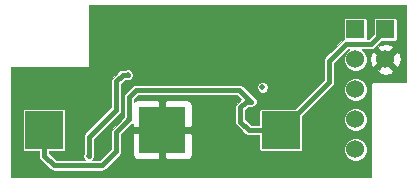
<source format=gbl>
G04 (created by PCBNEW (2013-07-07 BZR 4022)-stable) date 3/16/2015 2:43:42 PM*
%MOIN*%
G04 Gerber Fmt 3.4, Leading zero omitted, Abs format*
%FSLAX34Y34*%
G01*
G70*
G90*
G04 APERTURE LIST*
%ADD10C,0.00590551*%
%ADD11R,0.155906X0.155906*%
%ADD12R,0.125197X0.125197*%
%ADD13R,0.06X0.06*%
%ADD14C,0.06*%
%ADD15C,0.02*%
%ADD16C,0.018*%
%ADD17C,0.001*%
G04 APERTURE END LIST*
G54D10*
G54D11*
X109842Y-53779D03*
G54D12*
X105897Y-53779D03*
X113787Y-53779D03*
G54D13*
X116275Y-50425D03*
G54D14*
X116275Y-51425D03*
X116275Y-52425D03*
X116275Y-53425D03*
X116275Y-54425D03*
G54D13*
X117275Y-50425D03*
G54D14*
X117275Y-51425D03*
G54D15*
X109842Y-52795D03*
X112975Y-53088D03*
X113347Y-52610D03*
X108688Y-51944D03*
X107389Y-54645D03*
X112808Y-52834D03*
X108740Y-53425D03*
X113178Y-52362D03*
G54D16*
X109842Y-52795D02*
X109842Y-53779D01*
X108688Y-51944D02*
X108527Y-51944D01*
X107389Y-54019D02*
X107389Y-54645D01*
X108307Y-53102D02*
X107389Y-54019D01*
X108307Y-52165D02*
X108307Y-53102D01*
X108527Y-51944D02*
X108307Y-52165D01*
X117275Y-50425D02*
X117275Y-50440D01*
X115393Y-52173D02*
X113787Y-53779D01*
X115393Y-51484D02*
X115393Y-52173D01*
X115952Y-50925D02*
X115393Y-51484D01*
X116791Y-50925D02*
X115952Y-50925D01*
X117275Y-50440D02*
X116791Y-50925D01*
X108740Y-53425D02*
X108740Y-52677D01*
X108740Y-52677D02*
X108976Y-52440D01*
X108976Y-52440D02*
X112414Y-52440D01*
X112414Y-52440D02*
X112808Y-52834D01*
X112808Y-52834D02*
X112637Y-52834D01*
X112637Y-52834D02*
X112440Y-53031D01*
X112440Y-53031D02*
X112440Y-53503D01*
X112440Y-53503D02*
X112716Y-53779D01*
X112716Y-53779D02*
X113787Y-53779D01*
X105897Y-53779D02*
X105897Y-54637D01*
X105897Y-54637D02*
X106220Y-54960D01*
X106220Y-54960D02*
X107834Y-54960D01*
X107834Y-54960D02*
X108307Y-54488D01*
X108307Y-54488D02*
X108307Y-53858D01*
X108307Y-53858D02*
X108740Y-53425D01*
G54D10*
G36*
X117971Y-52180D02*
X117789Y-52180D01*
X117789Y-51450D01*
X117760Y-51252D01*
X117740Y-51204D01*
X117663Y-51171D01*
X117659Y-51175D01*
X117659Y-50708D01*
X117659Y-50108D01*
X117646Y-50077D01*
X117623Y-50054D01*
X117592Y-50041D01*
X117559Y-50041D01*
X116959Y-50041D01*
X116928Y-50054D01*
X116904Y-50077D01*
X116891Y-50108D01*
X116891Y-50141D01*
X116891Y-50578D01*
X116719Y-50751D01*
X116655Y-50751D01*
X116659Y-50741D01*
X116659Y-50708D01*
X116659Y-50108D01*
X116646Y-50077D01*
X116623Y-50054D01*
X116592Y-50041D01*
X116559Y-50041D01*
X115959Y-50041D01*
X115928Y-50054D01*
X115904Y-50077D01*
X115891Y-50108D01*
X115891Y-50141D01*
X115891Y-50741D01*
X115900Y-50761D01*
X115886Y-50764D01*
X115829Y-50802D01*
X115270Y-51361D01*
X115233Y-51417D01*
X115219Y-51484D01*
X115219Y-52101D01*
X114251Y-53069D01*
X113361Y-53069D01*
X113361Y-52325D01*
X113334Y-52258D01*
X113282Y-52206D01*
X113214Y-52178D01*
X113141Y-52178D01*
X113074Y-52206D01*
X113022Y-52257D01*
X112994Y-52325D01*
X112994Y-52398D01*
X113022Y-52465D01*
X113073Y-52517D01*
X113141Y-52545D01*
X113214Y-52545D01*
X113282Y-52517D01*
X113333Y-52466D01*
X113361Y-52398D01*
X113361Y-52325D01*
X113361Y-53069D01*
X113144Y-53069D01*
X113114Y-53082D01*
X113090Y-53106D01*
X113077Y-53136D01*
X113077Y-53170D01*
X113077Y-53605D01*
X112788Y-53605D01*
X112614Y-53431D01*
X112614Y-53103D01*
X112709Y-53008D01*
X112747Y-53008D01*
X112771Y-53018D01*
X112844Y-53018D01*
X112912Y-52990D01*
X112963Y-52938D01*
X112991Y-52871D01*
X112991Y-52798D01*
X112963Y-52730D01*
X112912Y-52678D01*
X112888Y-52668D01*
X112537Y-52318D01*
X112481Y-52280D01*
X112414Y-52267D01*
X108976Y-52267D01*
X108909Y-52280D01*
X108853Y-52318D01*
X108617Y-52554D01*
X108579Y-52610D01*
X108566Y-52677D01*
X108566Y-53353D01*
X108184Y-53735D01*
X108146Y-53791D01*
X108133Y-53858D01*
X108133Y-54416D01*
X107762Y-54786D01*
X107508Y-54786D01*
X107545Y-54749D01*
X107573Y-54682D01*
X107573Y-54609D01*
X107563Y-54585D01*
X107563Y-54091D01*
X108429Y-53225D01*
X108429Y-53225D01*
X108455Y-53187D01*
X108467Y-53168D01*
X108467Y-53168D01*
X108480Y-53102D01*
X108480Y-53102D01*
X108480Y-52237D01*
X108599Y-52118D01*
X108628Y-52118D01*
X108652Y-52128D01*
X108725Y-52128D01*
X108792Y-52100D01*
X108844Y-52049D01*
X108872Y-51981D01*
X108872Y-51908D01*
X108844Y-51840D01*
X108793Y-51789D01*
X108725Y-51761D01*
X108652Y-51761D01*
X108628Y-51771D01*
X108527Y-51771D01*
X108461Y-51784D01*
X108442Y-51796D01*
X108404Y-51822D01*
X108184Y-52042D01*
X108146Y-52098D01*
X108133Y-52165D01*
X108133Y-53030D01*
X107266Y-53896D01*
X107229Y-53953D01*
X107216Y-54019D01*
X107216Y-54584D01*
X107206Y-54608D01*
X107205Y-54682D01*
X107233Y-54749D01*
X107271Y-54786D01*
X106292Y-54786D01*
X106071Y-54565D01*
X106071Y-54489D01*
X106540Y-54489D01*
X106570Y-54476D01*
X106594Y-54453D01*
X106607Y-54422D01*
X106607Y-54388D01*
X106607Y-53136D01*
X106594Y-53106D01*
X106571Y-53082D01*
X106540Y-53069D01*
X106507Y-53069D01*
X105255Y-53069D01*
X105224Y-53082D01*
X105200Y-53106D01*
X105187Y-53136D01*
X105187Y-53170D01*
X105187Y-54422D01*
X105200Y-54452D01*
X105224Y-54476D01*
X105254Y-54489D01*
X105288Y-54489D01*
X105723Y-54489D01*
X105723Y-54637D01*
X105737Y-54704D01*
X105774Y-54760D01*
X106097Y-55083D01*
X106153Y-55121D01*
X106220Y-55134D01*
X107834Y-55134D01*
X107901Y-55121D01*
X107957Y-55083D01*
X108429Y-54611D01*
X108467Y-54554D01*
X108467Y-54554D01*
X108469Y-54543D01*
X108480Y-54488D01*
X108480Y-54488D01*
X108480Y-53930D01*
X108820Y-53590D01*
X108844Y-53581D01*
X108857Y-53567D01*
X108857Y-53633D01*
X108909Y-53684D01*
X109747Y-53684D01*
X109747Y-52846D01*
X109696Y-52795D01*
X109022Y-52794D01*
X108947Y-52826D01*
X108913Y-52859D01*
X108913Y-52749D01*
X109048Y-52614D01*
X112342Y-52614D01*
X112477Y-52749D01*
X112318Y-52908D01*
X112280Y-52965D01*
X112267Y-53031D01*
X112267Y-53503D01*
X112280Y-53570D01*
X112318Y-53626D01*
X112593Y-53902D01*
X112593Y-53902D01*
X112650Y-53940D01*
X112650Y-53940D01*
X112661Y-53942D01*
X112716Y-53953D01*
X113077Y-53953D01*
X113077Y-54422D01*
X113090Y-54452D01*
X113113Y-54476D01*
X113144Y-54489D01*
X113178Y-54489D01*
X114429Y-54489D01*
X114460Y-54476D01*
X114484Y-54453D01*
X114497Y-54422D01*
X114497Y-54388D01*
X114497Y-53315D01*
X115516Y-52296D01*
X115554Y-52239D01*
X115554Y-52239D01*
X115556Y-52228D01*
X115567Y-52173D01*
X115567Y-52173D01*
X115567Y-51556D01*
X116024Y-51098D01*
X116060Y-51098D01*
X116058Y-51099D01*
X115950Y-51207D01*
X115891Y-51348D01*
X115891Y-51501D01*
X115950Y-51642D01*
X116057Y-51750D01*
X116198Y-51808D01*
X116351Y-51809D01*
X116492Y-51750D01*
X116600Y-51642D01*
X116659Y-51501D01*
X116659Y-51349D01*
X116601Y-51208D01*
X116493Y-51100D01*
X116490Y-51098D01*
X116791Y-51098D01*
X116857Y-51085D01*
X116914Y-51048D01*
X117153Y-50808D01*
X117592Y-50808D01*
X117622Y-50796D01*
X117646Y-50772D01*
X117659Y-50741D01*
X117659Y-50708D01*
X117659Y-51175D01*
X117529Y-51305D01*
X117529Y-51037D01*
X117496Y-50959D01*
X117301Y-50910D01*
X117102Y-50940D01*
X117054Y-50959D01*
X117021Y-51037D01*
X117275Y-51290D01*
X117529Y-51037D01*
X117529Y-51305D01*
X117409Y-51425D01*
X117663Y-51678D01*
X117740Y-51645D01*
X117789Y-51450D01*
X117789Y-52180D01*
X117529Y-52180D01*
X117529Y-51813D01*
X117275Y-51559D01*
X117141Y-51693D01*
X117141Y-51425D01*
X116887Y-51171D01*
X116810Y-51204D01*
X116761Y-51399D01*
X116790Y-51598D01*
X116810Y-51645D01*
X116887Y-51678D01*
X117141Y-51425D01*
X117141Y-51693D01*
X117021Y-51813D01*
X117054Y-51890D01*
X117249Y-51939D01*
X117448Y-51910D01*
X117496Y-51890D01*
X117529Y-51813D01*
X117529Y-52180D01*
X116893Y-52180D01*
X116854Y-52187D01*
X116820Y-52210D01*
X116798Y-52243D01*
X116790Y-52283D01*
X116790Y-55341D01*
X116659Y-55341D01*
X116659Y-54349D01*
X116659Y-53349D01*
X116659Y-52349D01*
X116601Y-52208D01*
X116493Y-52100D01*
X116352Y-52041D01*
X116199Y-52041D01*
X116058Y-52099D01*
X115950Y-52207D01*
X115891Y-52348D01*
X115891Y-52501D01*
X115950Y-52642D01*
X116057Y-52750D01*
X116198Y-52808D01*
X116351Y-52809D01*
X116492Y-52750D01*
X116600Y-52642D01*
X116659Y-52501D01*
X116659Y-52349D01*
X116659Y-53349D01*
X116601Y-53208D01*
X116493Y-53100D01*
X116352Y-53041D01*
X116199Y-53041D01*
X116058Y-53099D01*
X115950Y-53207D01*
X115891Y-53348D01*
X115891Y-53501D01*
X115950Y-53642D01*
X116057Y-53750D01*
X116198Y-53808D01*
X116351Y-53809D01*
X116492Y-53750D01*
X116600Y-53642D01*
X116659Y-53501D01*
X116659Y-53349D01*
X116659Y-54349D01*
X116601Y-54208D01*
X116493Y-54100D01*
X116352Y-54041D01*
X116199Y-54041D01*
X116058Y-54099D01*
X115950Y-54207D01*
X115891Y-54348D01*
X115891Y-54501D01*
X115950Y-54642D01*
X116057Y-54750D01*
X116198Y-54808D01*
X116351Y-54809D01*
X116492Y-54750D01*
X116600Y-54642D01*
X116659Y-54501D01*
X116659Y-54349D01*
X116659Y-55341D01*
X110827Y-55341D01*
X110827Y-54518D01*
X110827Y-53040D01*
X110827Y-52959D01*
X110795Y-52883D01*
X110738Y-52826D01*
X110662Y-52794D01*
X109988Y-52795D01*
X109937Y-52846D01*
X109937Y-53684D01*
X110775Y-53684D01*
X110827Y-53633D01*
X110827Y-53040D01*
X110827Y-54518D01*
X110827Y-53925D01*
X110775Y-53874D01*
X109937Y-53874D01*
X109937Y-54712D01*
X109988Y-54764D01*
X110662Y-54764D01*
X110738Y-54732D01*
X110795Y-54675D01*
X110827Y-54600D01*
X110827Y-54518D01*
X110827Y-55341D01*
X109747Y-55341D01*
X109747Y-54712D01*
X109747Y-53874D01*
X108909Y-53874D01*
X108857Y-53925D01*
X108857Y-54518D01*
X108858Y-54600D01*
X108889Y-54675D01*
X108947Y-54732D01*
X109022Y-54764D01*
X109696Y-54764D01*
X109747Y-54712D01*
X109747Y-55341D01*
X104792Y-55341D01*
X104792Y-51697D01*
X107406Y-51697D01*
X107406Y-49630D01*
X117971Y-49630D01*
X117971Y-52180D01*
X117971Y-52180D01*
G37*
G54D17*
X117971Y-52180D02*
X117789Y-52180D01*
X117789Y-51450D01*
X117760Y-51252D01*
X117740Y-51204D01*
X117663Y-51171D01*
X117659Y-51175D01*
X117659Y-50708D01*
X117659Y-50108D01*
X117646Y-50077D01*
X117623Y-50054D01*
X117592Y-50041D01*
X117559Y-50041D01*
X116959Y-50041D01*
X116928Y-50054D01*
X116904Y-50077D01*
X116891Y-50108D01*
X116891Y-50141D01*
X116891Y-50578D01*
X116719Y-50751D01*
X116655Y-50751D01*
X116659Y-50741D01*
X116659Y-50708D01*
X116659Y-50108D01*
X116646Y-50077D01*
X116623Y-50054D01*
X116592Y-50041D01*
X116559Y-50041D01*
X115959Y-50041D01*
X115928Y-50054D01*
X115904Y-50077D01*
X115891Y-50108D01*
X115891Y-50141D01*
X115891Y-50741D01*
X115900Y-50761D01*
X115886Y-50764D01*
X115829Y-50802D01*
X115270Y-51361D01*
X115233Y-51417D01*
X115219Y-51484D01*
X115219Y-52101D01*
X114251Y-53069D01*
X113361Y-53069D01*
X113361Y-52325D01*
X113334Y-52258D01*
X113282Y-52206D01*
X113214Y-52178D01*
X113141Y-52178D01*
X113074Y-52206D01*
X113022Y-52257D01*
X112994Y-52325D01*
X112994Y-52398D01*
X113022Y-52465D01*
X113073Y-52517D01*
X113141Y-52545D01*
X113214Y-52545D01*
X113282Y-52517D01*
X113333Y-52466D01*
X113361Y-52398D01*
X113361Y-52325D01*
X113361Y-53069D01*
X113144Y-53069D01*
X113114Y-53082D01*
X113090Y-53106D01*
X113077Y-53136D01*
X113077Y-53170D01*
X113077Y-53605D01*
X112788Y-53605D01*
X112614Y-53431D01*
X112614Y-53103D01*
X112709Y-53008D01*
X112747Y-53008D01*
X112771Y-53018D01*
X112844Y-53018D01*
X112912Y-52990D01*
X112963Y-52938D01*
X112991Y-52871D01*
X112991Y-52798D01*
X112963Y-52730D01*
X112912Y-52678D01*
X112888Y-52668D01*
X112537Y-52318D01*
X112481Y-52280D01*
X112414Y-52267D01*
X108976Y-52267D01*
X108909Y-52280D01*
X108853Y-52318D01*
X108617Y-52554D01*
X108579Y-52610D01*
X108566Y-52677D01*
X108566Y-53353D01*
X108184Y-53735D01*
X108146Y-53791D01*
X108133Y-53858D01*
X108133Y-54416D01*
X107762Y-54786D01*
X107508Y-54786D01*
X107545Y-54749D01*
X107573Y-54682D01*
X107573Y-54609D01*
X107563Y-54585D01*
X107563Y-54091D01*
X108429Y-53225D01*
X108429Y-53225D01*
X108455Y-53187D01*
X108467Y-53168D01*
X108467Y-53168D01*
X108480Y-53102D01*
X108480Y-53102D01*
X108480Y-52237D01*
X108599Y-52118D01*
X108628Y-52118D01*
X108652Y-52128D01*
X108725Y-52128D01*
X108792Y-52100D01*
X108844Y-52049D01*
X108872Y-51981D01*
X108872Y-51908D01*
X108844Y-51840D01*
X108793Y-51789D01*
X108725Y-51761D01*
X108652Y-51761D01*
X108628Y-51771D01*
X108527Y-51771D01*
X108461Y-51784D01*
X108442Y-51796D01*
X108404Y-51822D01*
X108184Y-52042D01*
X108146Y-52098D01*
X108133Y-52165D01*
X108133Y-53030D01*
X107266Y-53896D01*
X107229Y-53953D01*
X107216Y-54019D01*
X107216Y-54584D01*
X107206Y-54608D01*
X107205Y-54682D01*
X107233Y-54749D01*
X107271Y-54786D01*
X106292Y-54786D01*
X106071Y-54565D01*
X106071Y-54489D01*
X106540Y-54489D01*
X106570Y-54476D01*
X106594Y-54453D01*
X106607Y-54422D01*
X106607Y-54388D01*
X106607Y-53136D01*
X106594Y-53106D01*
X106571Y-53082D01*
X106540Y-53069D01*
X106507Y-53069D01*
X105255Y-53069D01*
X105224Y-53082D01*
X105200Y-53106D01*
X105187Y-53136D01*
X105187Y-53170D01*
X105187Y-54422D01*
X105200Y-54452D01*
X105224Y-54476D01*
X105254Y-54489D01*
X105288Y-54489D01*
X105723Y-54489D01*
X105723Y-54637D01*
X105737Y-54704D01*
X105774Y-54760D01*
X106097Y-55083D01*
X106153Y-55121D01*
X106220Y-55134D01*
X107834Y-55134D01*
X107901Y-55121D01*
X107957Y-55083D01*
X108429Y-54611D01*
X108467Y-54554D01*
X108467Y-54554D01*
X108469Y-54543D01*
X108480Y-54488D01*
X108480Y-54488D01*
X108480Y-53930D01*
X108820Y-53590D01*
X108844Y-53581D01*
X108857Y-53567D01*
X108857Y-53633D01*
X108909Y-53684D01*
X109747Y-53684D01*
X109747Y-52846D01*
X109696Y-52795D01*
X109022Y-52794D01*
X108947Y-52826D01*
X108913Y-52859D01*
X108913Y-52749D01*
X109048Y-52614D01*
X112342Y-52614D01*
X112477Y-52749D01*
X112318Y-52908D01*
X112280Y-52965D01*
X112267Y-53031D01*
X112267Y-53503D01*
X112280Y-53570D01*
X112318Y-53626D01*
X112593Y-53902D01*
X112593Y-53902D01*
X112650Y-53940D01*
X112650Y-53940D01*
X112661Y-53942D01*
X112716Y-53953D01*
X113077Y-53953D01*
X113077Y-54422D01*
X113090Y-54452D01*
X113113Y-54476D01*
X113144Y-54489D01*
X113178Y-54489D01*
X114429Y-54489D01*
X114460Y-54476D01*
X114484Y-54453D01*
X114497Y-54422D01*
X114497Y-54388D01*
X114497Y-53315D01*
X115516Y-52296D01*
X115554Y-52239D01*
X115554Y-52239D01*
X115556Y-52228D01*
X115567Y-52173D01*
X115567Y-52173D01*
X115567Y-51556D01*
X116024Y-51098D01*
X116060Y-51098D01*
X116058Y-51099D01*
X115950Y-51207D01*
X115891Y-51348D01*
X115891Y-51501D01*
X115950Y-51642D01*
X116057Y-51750D01*
X116198Y-51808D01*
X116351Y-51809D01*
X116492Y-51750D01*
X116600Y-51642D01*
X116659Y-51501D01*
X116659Y-51349D01*
X116601Y-51208D01*
X116493Y-51100D01*
X116490Y-51098D01*
X116791Y-51098D01*
X116857Y-51085D01*
X116914Y-51048D01*
X117153Y-50808D01*
X117592Y-50808D01*
X117622Y-50796D01*
X117646Y-50772D01*
X117659Y-50741D01*
X117659Y-50708D01*
X117659Y-51175D01*
X117529Y-51305D01*
X117529Y-51037D01*
X117496Y-50959D01*
X117301Y-50910D01*
X117102Y-50940D01*
X117054Y-50959D01*
X117021Y-51037D01*
X117275Y-51290D01*
X117529Y-51037D01*
X117529Y-51305D01*
X117409Y-51425D01*
X117663Y-51678D01*
X117740Y-51645D01*
X117789Y-51450D01*
X117789Y-52180D01*
X117529Y-52180D01*
X117529Y-51813D01*
X117275Y-51559D01*
X117141Y-51693D01*
X117141Y-51425D01*
X116887Y-51171D01*
X116810Y-51204D01*
X116761Y-51399D01*
X116790Y-51598D01*
X116810Y-51645D01*
X116887Y-51678D01*
X117141Y-51425D01*
X117141Y-51693D01*
X117021Y-51813D01*
X117054Y-51890D01*
X117249Y-51939D01*
X117448Y-51910D01*
X117496Y-51890D01*
X117529Y-51813D01*
X117529Y-52180D01*
X116893Y-52180D01*
X116854Y-52187D01*
X116820Y-52210D01*
X116798Y-52243D01*
X116790Y-52283D01*
X116790Y-55341D01*
X116659Y-55341D01*
X116659Y-54349D01*
X116659Y-53349D01*
X116659Y-52349D01*
X116601Y-52208D01*
X116493Y-52100D01*
X116352Y-52041D01*
X116199Y-52041D01*
X116058Y-52099D01*
X115950Y-52207D01*
X115891Y-52348D01*
X115891Y-52501D01*
X115950Y-52642D01*
X116057Y-52750D01*
X116198Y-52808D01*
X116351Y-52809D01*
X116492Y-52750D01*
X116600Y-52642D01*
X116659Y-52501D01*
X116659Y-52349D01*
X116659Y-53349D01*
X116601Y-53208D01*
X116493Y-53100D01*
X116352Y-53041D01*
X116199Y-53041D01*
X116058Y-53099D01*
X115950Y-53207D01*
X115891Y-53348D01*
X115891Y-53501D01*
X115950Y-53642D01*
X116057Y-53750D01*
X116198Y-53808D01*
X116351Y-53809D01*
X116492Y-53750D01*
X116600Y-53642D01*
X116659Y-53501D01*
X116659Y-53349D01*
X116659Y-54349D01*
X116601Y-54208D01*
X116493Y-54100D01*
X116352Y-54041D01*
X116199Y-54041D01*
X116058Y-54099D01*
X115950Y-54207D01*
X115891Y-54348D01*
X115891Y-54501D01*
X115950Y-54642D01*
X116057Y-54750D01*
X116198Y-54808D01*
X116351Y-54809D01*
X116492Y-54750D01*
X116600Y-54642D01*
X116659Y-54501D01*
X116659Y-54349D01*
X116659Y-55341D01*
X110827Y-55341D01*
X110827Y-54518D01*
X110827Y-53040D01*
X110827Y-52959D01*
X110795Y-52883D01*
X110738Y-52826D01*
X110662Y-52794D01*
X109988Y-52795D01*
X109937Y-52846D01*
X109937Y-53684D01*
X110775Y-53684D01*
X110827Y-53633D01*
X110827Y-53040D01*
X110827Y-54518D01*
X110827Y-53925D01*
X110775Y-53874D01*
X109937Y-53874D01*
X109937Y-54712D01*
X109988Y-54764D01*
X110662Y-54764D01*
X110738Y-54732D01*
X110795Y-54675D01*
X110827Y-54600D01*
X110827Y-54518D01*
X110827Y-55341D01*
X109747Y-55341D01*
X109747Y-54712D01*
X109747Y-53874D01*
X108909Y-53874D01*
X108857Y-53925D01*
X108857Y-54518D01*
X108858Y-54600D01*
X108889Y-54675D01*
X108947Y-54732D01*
X109022Y-54764D01*
X109696Y-54764D01*
X109747Y-54712D01*
X109747Y-55341D01*
X104792Y-55341D01*
X104792Y-51697D01*
X107406Y-51697D01*
X107406Y-49630D01*
X117971Y-49630D01*
X117971Y-52180D01*
M02*

</source>
